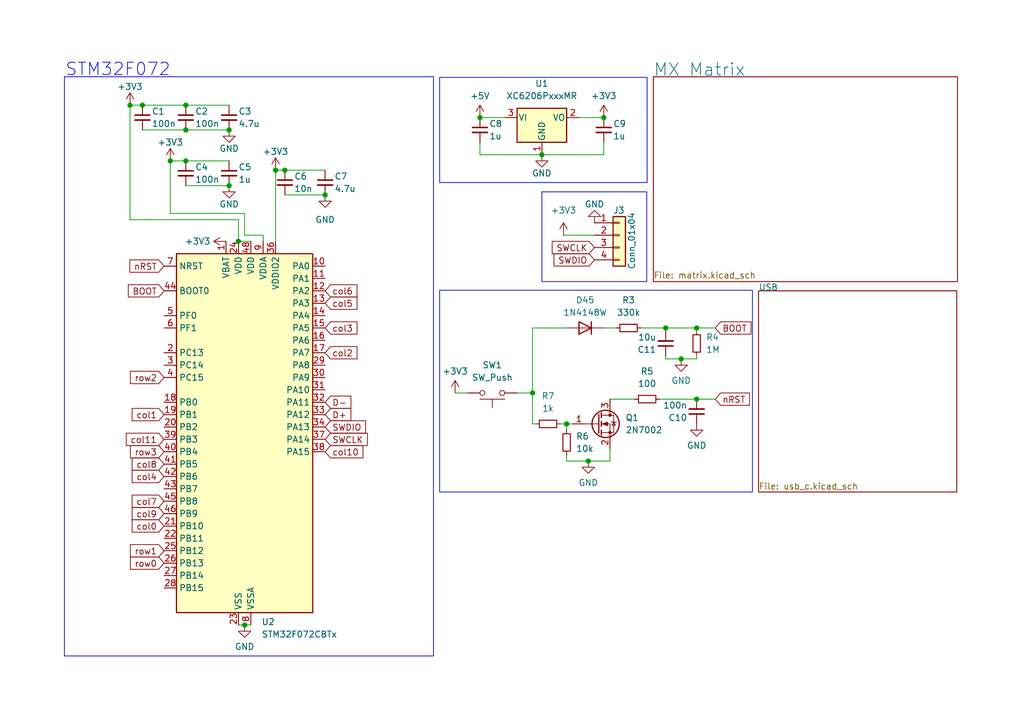
<source format=kicad_sch>
(kicad_sch (version 20250114) (generator "eeschema") (generator_version "9.0")
  (paper "A5")
  (lib_symbols
    (symbol "+3V3_1" (power) (pin_numbers (hide yes)) (pin_names (offset 0) (hide yes))
      (property "Value" "+3V3" (at 0 3.556 0))
      (symbol "+3V3_1_0_1"
        (polyline (pts (xy -0.762 1.27) (xy 0 2.54)))
        (polyline (pts (xy 0 2.54) (xy 0.762 1.27)))
        (polyline (pts (xy 0 0) (xy 0 2.54)))
      )
      (symbol "+3V3_1_1_1"
        (pin power_in line (at 0 0 90) (length 0) (name "~") (number "1"))
      )
    )
    (symbol "Device:C_Small" (pin_numbers (hide yes)) (pin_names (offset 0.254) (hide yes))
      (property "Reference" "C" (at 0.254 1.778 0))
      (property "Value" "C_Small" (at 0.254 -2.032 0))
      (symbol "C_Small_0_1"
        (polyline (pts (xy -1.524 0.508) (xy 1.524 0.508)) (stroke (width 0.3048)))
        (polyline (pts (xy -1.524 -0.508) (xy 1.524 -0.508)) (stroke (width 0.3302)))
      )
      (symbol "C_Small_1_1"
        (pin passive line (at 0 2.54 270) (length 2.032) (name "~") (number "1"))
        (pin passive line (at 0 -2.54 90) (length 2.032) (name "~") (number "2"))
      )
    )
    (symbol "Device:R_Small" (pin_numbers (hide yes)) (pin_names (offset 0.254) (hide yes))
      (property "Reference" "R" (at 0.762 0.508 0))
      (property "Value" "R_Small" (at 0.762 -1.016 0))
      (symbol "R_Small_0_1"
        (rectangle (start -0.762 1.778) (end 0.762 -1.778) (stroke (width 0.2032)))
      )
      (symbol "R_Small_1_1"
        (pin passive line (at 0 2.54 270) (length 0.762) (name "~") (number "1"))
        (pin passive line (at 0 -2.54 90) (length 0.762) (name "~") (number "2"))
      )
    )
    (symbol "Diode:1N4148W" (pin_numbers (hide yes)) (pin_names (hide yes))
      (property "Reference" "D" (at 0 2.54 0))
      (property "Value" "1N4148W" (at 0 -2.54 0))
      (symbol "1N4148W_0_1"
        (polyline (pts (xy -1.27 1.27) (xy -1.27 -1.27)) (stroke (width 0.254)))
        (polyline (pts (xy 1.27 1.27) (xy 1.27 -1.27) (xy -1.27 0) (xy 1.27 1.27)) (stroke (width 0.254)))
        (polyline (pts (xy 1.27 0) (xy -1.27 0)))
      )
      (symbol "1N4148W_1_1"
        (pin passive line (at -3.81 0 0) (length 2.54) (name "K") (number "1"))
        (pin passive line (at 3.81 0 180) (length 2.54) (name "A") (number "2"))
      )
    )
    (symbol "GND_1" (power) (pin_numbers (hide yes)) (pin_names (offset 0) (hide yes))
      (property "Value" "GND" (at 0 -3.81 0))
      (symbol "GND_1_0_1"
        (polyline (pts (xy 0 0) (xy 0 -1.27) (xy 1.27 -1.27) (xy 0 -2.54) (xy -1.27 -1.27) (xy 0 -1.27)))
      )
      (symbol "GND_1_1_1"
        (pin power_in line (at 0 0 270) (length 0) (name "~") (number "1"))
      )
    )
    (symbol "MCU_ST_STM32F0:STM32F072CBTx"
      (property "Reference" "U" (at -12.7 39.37 0))
      (property "Value" "STM32F072CBTx" (at 10.16 39.37 0))
      (symbol "STM32F072CBTx_0_1"
        (rectangle (start -12.7 -35.56) (end 15.24 38.1) (stroke (width 0.254)) (fill (type background)))
      )
      (symbol "STM32F072CBTx_1_1"
        (pin input line (at -15.24 35.56 0) (length 2.54) (name "NRST") (number "7"))
        (pin input line (at -15.24 30.48 0) (length 2.54) (name "BOOT0") (number "44"))
        (pin bidirectional line (at -15.24 25.4 0) (length 2.54) (name "PF0") (number "5"))
        (pin bidirectional line (at -15.24 22.86 0) (length 2.54) (name "PF1") (number "6"))
        (pin bidirectional line (at -15.24 17.78 0) (length 2.54) (name "PC13") (number "2"))
        (pin bidirectional line (at -15.24 15.24 0) (length 2.54) (name "PC14") (number "3"))
        (pin bidirectional line (at -15.24 12.7 0) (length 2.54) (name "PC15") (number "4"))
        (pin bidirectional line (at -15.24 7.62 0) (length 2.54) (name "PB0") (number "18"))
        (pin bidirectional line (at -15.24 5.08 0) (length 2.54) (name "PB1") (number "19"))
        (pin bidirectional line (at -15.24 2.54 0) (length 2.54) (name "PB2") (number "20"))
        (pin bidirectional line (at -15.24 0 0) (length 2.54) (name "PB3") (number "39"))
        (pin bidirectional line (at -15.24 -2.54 0) (length 2.54) (name "PB4") (number "40"))
        (pin bidirectional line (at -15.24 -5.08 0) (length 2.54) (name "PB5") (number "41"))
        (pin bidirectional line (at -15.24 -7.62 0) (length 2.54) (name "PB6") (number "42"))
        (pin bidirectional line (at -15.24 -10.16 0) (length 2.54) (name "PB7") (number "43"))
        (pin bidirectional line (at -15.24 -12.7 0) (length 2.54) (name "PB8") (number "45"))
        (pin bidirectional line (at -15.24 -15.24 0) (length 2.54) (name "PB9") (number "46"))
        (pin bidirectional line (at -15.24 -17.78 0) (length 2.54) (name "PB10") (number "21"))
        (pin bidirectional line (at -15.24 -20.32 0) (length 2.54) (name "PB11") (number "22"))
        (pin bidirectional line (at -15.24 -22.86 0) (length 2.54) (name "PB12") (number "25"))
        (pin bidirectional line (at -15.24 -25.4 0) (length 2.54) (name "PB13") (number "26"))
        (pin bidirectional line (at -15.24 -27.94 0) (length 2.54) (name "PB14") (number "27"))
        (pin bidirectional line (at -15.24 -30.48 0) (length 2.54) (name "PB15") (number "28"))
        (pin power_in line (at -2.54 40.64 270) (length 2.54) (name "VBAT") (number "1"))
        (pin power_in line (at 0 40.64 270) (length 2.54) (name "VDD") (number "24"))
        (pin power_in line (at 0 -38.1 90) (length 2.54) (name "VSS") (number "23"))
        (pin passive line (at 0 -38.1 90) (length 2.54) (hide yes) (name "VSS") (number "35"))
        (pin passive line (at 0 -38.1 90) (length 2.54) (hide yes) (name "VSS") (number "47"))
        (pin power_in line (at 2.54 40.64 270) (length 2.54) (name "VDD") (number "48"))
        (pin power_in line (at 2.54 -38.1 90) (length 2.54) (name "VSSA") (number "8"))
        (pin power_in line (at 5.08 40.64 270) (length 2.54) (name "VDDA") (number "9"))
        (pin power_in line (at 7.62 40.64 270) (length 2.54) (name "VDDIO2") (number "36"))
        (pin bidirectional line (at 17.78 35.56 180) (length 2.54) (name "PA0") (number "10"))
        (pin bidirectional line (at 17.78 33.02 180) (length 2.54) (name "PA1") (number "11"))
        (pin bidirectional line (at 17.78 30.48 180) (length 2.54) (name "PA2") (number "12"))
        (pin bidirectional line (at 17.78 27.94 180) (length 2.54) (name "PA3") (number "13"))
        (pin bidirectional line (at 17.78 25.4 180) (length 2.54) (name "PA4") (number "14"))
        (pin bidirectional line (at 17.78 22.86 180) (length 2.54) (name "PA5") (number "15"))
        (pin bidirectional line (at 17.78 20.32 180) (length 2.54) (name "PA6") (number "16"))
        (pin bidirectional line (at 17.78 17.78 180) (length 2.54) (name "PA7") (number "17"))
        (pin bidirectional line (at 17.78 15.24 180) (length 2.54) (name "PA8") (number "29"))
        (pin bidirectional line (at 17.78 12.7 180) (length 2.54) (name "PA9") (number "30"))
        (pin bidirectional line (at 17.78 10.16 180) (length 2.54) (name "PA10") (number "31"))
        (pin bidirectional line (at 17.78 7.62 180) (length 2.54) (name "PA11") (number "32"))
        (pin bidirectional line (at 17.78 5.08 180) (length 2.54) (name "PA12") (number "33"))
        (pin bidirectional line (at 17.78 2.54 180) (length 2.54) (name "PA13") (number "34"))
        (pin bidirectional line (at 17.78 0 180) (length 2.54) (name "PA14") (number "37"))
        (pin bidirectional line (at 17.78 -2.54 180) (length 2.54) (name "PA15") (number "38"))
      )
    )
    (symbol "Regulator_Linear:XC6206PxxxMR" (pin_names (offset 0.254))
      (property "Reference" "U" (at -3.81 3.175 0))
      (property "Value" "XC6206PxxxMR" (at 0 3.175 0))
      (symbol "XC6206PxxxMR_0_1"
        (rectangle (start -5.08 1.905) (end 5.08 -5.08) (stroke (width 0.254)) (fill (type background)))
      )
      (symbol "XC6206PxxxMR_1_1"
        (pin power_in line (at -7.62 0 0) (length 2.54) (name "VI") (number "3"))
        (pin power_in line (at 0 -7.62 90) (length 2.54) (name "GND") (number "1"))
        (pin power_out line (at 7.62 0 180) (length 2.54) (name "VO") (number "2"))
      )
    )
    (symbol "Switch:SW_Push" (pin_numbers (hide yes)) (pin_names (offset 1.016) (hide yes))
      (property "Reference" "SW" (at 1.27 2.54 0))
      (property "Value" "SW_Push" (at 0 -1.524 0))
      (symbol "SW_Push_0_1"
        (circle (center -2.032 0) (radius 0.508))
        (polyline (pts (xy 0 1.27) (xy 0 3.048)))
        (circle (center 2.032 0) (radius 0.508))
        (polyline (pts (xy 2.54 1.27) (xy -2.54 1.27)))
        (pin passive line (at -5.08 0 0) (length 2.54) (name "1") (number "1"))
        (pin passive line (at 5.08 0 180) (length 2.54) (name "2") (number "2"))
      )
    )
    (symbol "Transistor_FET:2N7002" (pin_names (hide yes))
      (property "Reference" "Q" (at 5.08 1.905 0))
      (property "Value" "2N7002" (at 5.08 0 0))
      (symbol "2N7002_0_1"
        (polyline (pts (xy 0.254 1.905) (xy 0.254 -1.905)) (stroke (width 0.254)))
        (polyline (pts (xy 0.254 0) (xy -2.54 0)))
        (polyline (pts (xy 0.762 2.286) (xy 0.762 1.27)) (stroke (width 0.254)))
        (polyline (pts (xy 0.762 0.508) (xy 0.762 -0.508)) (stroke (width 0.254)))
        (polyline (pts (xy 0.762 -1.27) (xy 0.762 -2.286)) (stroke (width 0.254)))
        (polyline (pts (xy 0.762 -1.778) (xy 3.302 -1.778) (xy 3.302 1.778) (xy 0.762 1.778)))
        (polyline (pts (xy 1.016 0) (xy 2.032 0.381) (xy 2.032 -0.381) (xy 1.016 0)) (fill (type outline)))
        (circle (center 1.651 0) (radius 2.794) (stroke (width 0.254)))
        (polyline (pts (xy 2.54 2.54) (xy 2.54 1.778)))
        (circle (center 2.54 1.778) (radius 0.254) (fill (type outline)))
        (circle (center 2.54 -1.778) (radius 0.254) (fill (type outline)))
        (polyline (pts (xy 2.54 -2.54) (xy 2.54 0) (xy 0.762 0)))
        (polyline (pts (xy 2.794 0.508) (xy 2.921 0.381) (xy 3.683 0.381) (xy 3.81 0.254)))
        (polyline (pts (xy 3.302 0.381) (xy 2.921 -0.254) (xy 3.683 -0.254) (xy 3.302 0.381)))
      )
      (symbol "2N7002_1_1"
        (pin input line (at -5.08 0 0) (length 2.54) (name "G") (number "1"))
        (pin passive line (at 2.54 5.08 270) (length 2.54) (name "D") (number "3"))
        (pin passive line (at 2.54 -5.08 90) (length 2.54) (name "S") (number "2"))
      )
    )
    (symbol "ark40:Conn_01x04" (pin_names (offset 1.016) (hide yes))
      (property "Reference" "J" (at 0 5.08 0))
      (property "Value" "Conn_01x04" (at 0 -7.62 0))
      (symbol "Conn_01x04_1_1"
        (rectangle (start -1.27 3.81) (end 1.27 -6.35) (stroke (width 0.254)) (fill (type background)))
        (rectangle (start -1.27 2.667) (end 0 2.413) (stroke (width 0.1524)))
        (rectangle (start -1.27 0.127) (end 0 -0.127) (stroke (width 0.1524)))
        (rectangle (start -1.27 -2.413) (end 0 -2.667) (stroke (width 0.1524)))
        (rectangle (start -1.27 -4.953) (end 0 -5.207) (stroke (width 0.1524)))
        (pin passive line (at -5.08 2.54 0) (length 3.81) (name "Pin_1") (number "1"))
        (pin passive line (at -5.08 0 0) (length 3.81) (name "Pin_2") (number "2"))
        (pin passive line (at -5.08 -2.54 0) (length 3.81) (name "Pin_3") (number "3"))
        (pin passive line (at -5.08 -5.08 0) (length 3.81) (name "Pin_4") (number "4"))
      )
    )
    (symbol "power:+3V3" (power) (pin_names (offset 0))
      (property "Value" "+3V3" (at 0 3.556 0))
      (symbol "+3V3_0_1"
        (polyline (pts (xy -0.762 1.27) (xy 0 2.54)))
        (polyline (pts (xy 0 2.54) (xy 0.762 1.27)))
        (polyline (pts (xy 0 0) (xy 0 2.54)))
      )
      (symbol "+3V3_1_1"
        (pin power_in line (at 0 0 90) (length 0) (hide yes) (name "+3V3") (number "1"))
      )
    )
    (symbol "power:+5V" (power) (pin_names (offset 0))
      (property "Value" "+5V" (at 0 3.556 0))
      (symbol "+5V_0_1"
        (polyline (pts (xy -0.762 1.27) (xy 0 2.54)))
        (polyline (pts (xy 0 2.54) (xy 0.762 1.27)))
        (polyline (pts (xy 0 0) (xy 0 2.54)))
      )
      (symbol "+5V_1_1"
        (pin power_in line (at 0 0 90) (length 0) (hide yes) (name "+5V") (number "1"))
      )
    )
    (symbol "power:GND" (power) (pin_names (offset 0))
      (property "Value" "GND" (at 0 -3.81 0))
      (symbol "GND_0_1"
        (polyline (pts (xy 0 0) (xy 0 -1.27) (xy 1.27 -1.27) (xy 0 -2.54) (xy -1.27 -1.27) (xy 0 -1.27)))
      )
      (symbol "GND_1_1"
        (pin power_in line (at 0 0 270) (length 0) (hide yes) (name "GND") (number "1"))
      )
    )
  )
  (rectangle (start 111.125 39.37) (end 132.6388 57.785))
  (rectangle (start 90.17 59.563) (end 154.305 100.965))
  (rectangle (start 90.17 15.875) (end 132.715 37.465))
  (rectangle (start 13.208 15.748) (end 88.9 134.62))
  (text "STM32F072" (at 13.335 15.875 0) (effects (font (size 2.54 2.54)) (justify left bottom)))
  (junction (at 58.42 34.925))
  (junction (at 142.875 67.31))
  (junction (at 34.925 33.02))
  (junction (at 109.22 80.645))
  (junction (at 46.99 26.67))
  (junction (at 116.205 86.995))
  (junction (at 142.875 81.915))
  (junction (at 139.7 73.66))
  (junction (at 38.1 26.67))
  (junction (at 123.825 24.13))
  (junction (at 38.1 21.59))
  (junction (at 98.425 24.13))
  (junction (at 26.67 21.59))
  (junction (at 38.1 33.02))
  (junction (at 56.515 34.925))
  (junction (at 29.21 21.59))
  (junction (at 111.125 31.75))
  (junction (at 46.99 38.1))
  (junction (at 136.525 67.31))
  (junction (at 50.165 128.27))
  (junction (at 48.895 49.53))
  (junction (at 120.65 94.615))
  (junction (at 66.675 40.005))
  (wire (pts (xy 125.095 94.615) (xy 125.095 92.075)))
  (wire (pts (xy 123.825 31.75) (xy 111.125 31.75)))
  (wire (pts (xy 111.125 31.75) (xy 98.425 31.75)))
  (wire (pts (xy 115.57 48.26) (xy 121.92 48.26)))
  (wire (pts (xy 136.525 67.31) (xy 142.875 67.31)))
  (wire (pts (xy 136.525 73.025) (xy 136.525 73.66)))
  (wire (pts (xy 135.255 81.915) (xy 142.875 81.915)))
  (wire (pts (xy 109.22 80.645) (xy 106.045 80.645)))
  (wire (pts (xy 26.67 21.59) (xy 29.21 21.59)))
  (wire (pts (xy 116.205 67.31) (xy 109.22 67.31)))
  (wire (pts (xy 34.925 33.02) (xy 34.925 43.815)))
  (wire (pts (xy 136.525 73.66) (xy 139.7 73.66)))
  (wire (pts (xy 142.875 73.66) (xy 142.875 73.025)))
  (wire (pts (xy 136.525 67.945) (xy 136.525 67.31)))
  (wire (pts (xy 116.205 93.345) (xy 116.205 94.615)))
  (wire (pts (xy 48.895 128.27) (xy 50.165 128.27)))
  (wire (pts (xy 118.745 24.13) (xy 123.825 24.13)))
  (wire (pts (xy 26.67 21.59) (xy 26.67 45.085)))
  (wire (pts (xy 123.825 67.31) (xy 126.365 67.31)))
  (wire (pts (xy 98.425 24.13) (xy 103.505 24.13)))
  (wire (pts (xy 120.65 94.615) (xy 116.205 94.615)))
  (wire (pts (xy 120.65 94.615) (xy 125.095 94.615)))
  (wire (pts (xy 29.21 26.67) (xy 38.1 26.67)))
  (wire (pts (xy 109.22 67.31) (xy 109.22 80.645)))
  (wire (pts (xy 123.825 29.21) (xy 123.825 31.75)))
  (wire (pts (xy 53.975 48.26) (xy 50.165 48.26)))
  (wire (pts (xy 50.165 48.26) (xy 50.165 43.815)))
  (wire (pts (xy 58.42 40.005) (xy 66.675 40.005)))
  (wire (pts (xy 142.875 67.945) (xy 142.875 67.31)))
  (wire (pts (xy 38.1 33.02) (xy 46.99 33.02)))
  (wire (pts (xy 125.095 81.915) (xy 130.175 81.915)))
  (wire (pts (xy 109.855 86.995) (xy 109.22 86.995)))
  (wire (pts (xy 142.875 73.66) (xy 139.7 73.66)))
  (wire (pts (xy 117.475 86.995) (xy 116.205 86.995)))
  (wire (pts (xy 34.925 43.815) (xy 50.165 43.815)))
  (wire (pts (xy 109.22 86.995) (xy 109.22 80.645)))
  (wire (pts (xy 53.975 48.26) (xy 53.975 49.53)))
  (wire (pts (xy 48.895 45.085) (xy 26.67 45.085)))
  (wire (pts (xy 48.895 45.085) (xy 48.895 49.53)))
  (wire (pts (xy 29.21 21.59) (xy 38.1 21.59)))
  (wire (pts (xy 142.875 81.915) (xy 146.685 81.915)))
  (wire (pts (xy 56.515 34.925) (xy 56.515 49.53)))
  (wire (pts (xy 93.345 80.645) (xy 95.885 80.645)))
  (wire (pts (xy 114.935 86.995) (xy 116.205 86.995)))
  (wire (pts (xy 142.875 67.31) (xy 146.685 67.31)))
  (wire (pts (xy 98.425 31.75) (xy 98.425 29.21)))
  (wire (pts (xy 38.1 21.59) (xy 46.99 21.59)))
  (wire (pts (xy 131.445 67.31) (xy 136.525 67.31)))
  (wire (pts (xy 34.925 33.02) (xy 38.1 33.02)))
  (wire (pts (xy 116.205 86.995) (xy 116.205 88.265)))
  (wire (pts (xy 48.895 49.53) (xy 51.435 49.53)))
  (wire (pts (xy 38.1 26.67) (xy 46.99 26.67)))
  (wire (pts (xy 50.165 128.27) (xy 51.435 128.27)))
  (wire (pts (xy 56.515 34.925) (xy 58.42 34.925)))
  (wire (pts (xy 38.1 38.1) (xy 46.99 38.1)))
  (wire (pts (xy 58.42 34.925) (xy 66.675 34.925)))
  (global_label "row2" (shape input) (at 33.655 77.47 180) (property "Intersheetrefs" "${INTERSHEET_REFS}" (effects (hide yes))))
  (global_label "nRST" (shape input) (at 33.655 54.61 180) (property "Intersheetrefs" "${INTERSHEET_REFS}" (effects (hide yes))))
  (global_label "col0" (shape input) (at 33.655 107.95 180) (property "Intersheetrefs" "${INTERSHEET_REFS}" (effects (hide yes))))
  (global_label "row1" (shape input) (at 33.655 113.03 180) (property "Intersheetrefs" "${INTERSHEET_REFS}" (effects (hide yes))))
  (global_label "col5" (shape input) (at 66.675 62.23 0) (property "Intersheetrefs" "${INTERSHEET_REFS}" (effects (hide yes))))
  (global_label "col7" (shape input) (at 33.655 102.87 180) (property "Intersheetrefs" "${INTERSHEET_REFS}" (effects (hide yes))))
  (global_label "col6" (shape input) (at 66.675 59.69 0) (property "Intersheetrefs" "${INTERSHEET_REFS}" (effects (hide yes))))
  (global_label "D+" (shape input) (at 66.675 85.09 0) (property "Intersheetrefs" "${INTERSHEET_REFS}" (effects (hide yes))))
  (global_label "BOOT" (shape input) (at 33.655 59.69 180) (property "Intersheetrefs" "${INTERSHEET_REFS}" (effects (hide yes))))
  (global_label "col4" (shape input) (at 33.655 97.79 180) (property "Intersheetrefs" "${INTERSHEET_REFS}" (effects (hide yes))))
  (global_label "SWDIO" (shape input) (at 66.675 87.63 0) (property "Intersheetrefs" "${INTERSHEET_REFS}" (effects (hide yes))))
  (global_label "row0" (shape input) (at 33.655 115.57 180) (property "Intersheetrefs" "${INTERSHEET_REFS}" (effects (hide yes))))
  (global_label "col10" (shape input) (at 66.675 92.71 0) (property "Intersheetrefs" "${INTERSHEET_REFS}" (effects (hide yes))))
  (global_label "SWCLK" (shape input) (at 121.92 50.8 180) (property "Intersheetrefs" "${INTERSHEET_REFS}" (effects (hide yes))))
  (global_label "D-" (shape input) (at 66.675 82.55 0) (property "Intersheetrefs" "${INTERSHEET_REFS}" (effects (hide yes))))
  (global_label "SWCLK" (shape input) (at 66.675 90.17 0) (property "Intersheetrefs" "${INTERSHEET_REFS}" (effects (hide yes))))
  (global_label "col9" (shape input) (at 33.655 105.41 180) (property "Intersheetrefs" "${INTERSHEET_REFS}" (effects (hide yes))))
  (global_label "BOOT" (shape input) (at 146.685 67.31 0) (property "Intersheetrefs" "${INTERSHEET_REFS}" (effects (hide yes))))
  (global_label "col1" (shape input) (at 33.655 85.09 180) (property "Intersheetrefs" "${INTERSHEET_REFS}" (effects (hide yes))))
  (global_label "row3" (shape input) (at 33.655 92.71 180) (property "Intersheetrefs" "${INTERSHEET_REFS}" (effects (hide yes))))
  (global_label "col3" (shape input) (at 66.675 67.31 0) (property "Intersheetrefs" "${INTERSHEET_REFS}" (effects (hide yes))))
  (global_label "col2" (shape input) (at 66.675 72.39 0) (property "Intersheetrefs" "${INTERSHEET_REFS}" (effects (hide yes))))
  (global_label "col8" (shape input) (at 33.655 95.25 180) (property "Intersheetrefs" "${INTERSHEET_REFS}" (effects (hide yes))))
  (global_label "SWDIO" (shape input) (at 121.92 53.34 180) (property "Intersheetrefs" "${INTERSHEET_REFS}" (effects (hide yes))))
  (global_label "col11" (shape input) (at 33.655 90.17 180) (property "Intersheetrefs" "${INTERSHEET_REFS}" (effects (hide yes))))
  (global_label "nRST" (shape input) (at 146.685 81.915 0) (property "Intersheetrefs" "${INTERSHEET_REFS}" (effects (hide yes))))
  (symbol (lib_id "power:GND") (at 111.125 31.75 0) (unit 1)
    (property "Reference" "#PWR012" (effects (hide yes)))
    (property "Value" "GND" (at 111.125 35.56 0))
  )
  (symbol (lib_id "Device:C_Small") (at 142.875 84.455 180) (unit 1)
    (property "Reference" "C10" (at 140.97 85.725 0) (effects (justify left)))
    (property "Value" "100n" (at 140.97 83.185 0) (effects (justify left)))
    (property "Footprint" "Capacitor_SMD:C_0402_1005Metric" (effects (hide yes)))
  )
  (symbol (lib_id "power:+3V3") (at 93.345 80.645 0) (unit 1)
    (property "Reference" "#PWR02" (effects (hide yes)))
    (property "Value" "+3V3" (at 93.345 76.2 0))
  )
  (symbol (lib_id "Switch:SW_Push") (at 100.965 80.645 180) (unit 1)
    (property "Reference" "SW1" (at 100.965 74.93 0))
    (property "Value" "SW_Push" (at 100.965 77.47 0))
    (property "Footprint" "Button_Switch_SMD:SW_Push_1P1T_XKB_TS-1187A" (effects (hide yes)))
  )
  (symbol (lib_id "Device:C_Small") (at 136.525 70.485 180) (unit 1)
    (property "Reference" "C11" (at 134.62 71.755 0) (effects (justify left)))
    (property "Value" "10u" (at 134.62 69.215 0) (effects (justify left)))
    (property "Footprint" "Capacitor_SMD:C_0603_1608Metric" (effects (hide yes)))
  )
  (symbol (lib_id "power:+3V3") (at 34.925 33.02 0) (unit 1)
    (property "Reference" "#PWR05" (effects (hide yes)))
    (property "Value" "+3V3" (at 34.925 29.21 0))
  )
  (symbol (lib_id "power:+3V3") (at 56.515 34.925 0) (unit 1)
    (property "Reference" "#PWR06" (effects (hide yes)))
    (property "Value" "+3V3" (at 56.515 31.115 0))
  )
  (symbol (lib_id "Device:R_Small") (at 142.875 70.485 0) (unit 1)
    (property "Reference" "R4" (at 144.78 69.2149 0) (effects (justify left)))
    (property "Value" "1M" (at 144.78 71.7549 0) (effects (justify left)))
    (property "Footprint" "Resistor_SMD:R_0805_2012Metric" (effects (hide yes)))
  )
  (symbol (lib_id "power:GND") (at 66.675 40.005 0) (unit 1)
    (property "Reference" "#PWR08" (effects (hide yes)))
    (property "Value" "GND" (at 66.675 45.085 0))
  )
  (symbol (lib_id "power:GND") (at 46.99 38.1 0) (unit 1)
    (property "Reference" "#PWR07" (effects (hide yes)))
    (property "Value" "GND" (at 46.99 41.91 0))
  )
  (symbol (lib_id "Device:C_Small") (at 38.1 24.13 0) (unit 1)
    (property "Reference" "C2" (at 40.005 22.86 0) (effects (justify left)))
    (property "Value" "100n" (at 40.005 25.4 0) (effects (justify left)))
    (property "Footprint" "Capacitor_SMD:C_0402_1005Metric" (effects (hide yes)))
  )
  (symbol (lib_id "Device:C_Small") (at 29.21 24.13 0) (unit 1)
    (property "Reference" "C1" (at 31.115 22.86 0) (effects (justify left)))
    (property "Value" "100n" (at 31.115 25.4 0) (effects (justify left)))
    (property "Footprint" "Capacitor_SMD:C_0402_1005Metric" (effects (hide yes)))
  )
  (symbol (lib_id "Device:C_Small") (at 38.1 35.56 0) (unit 1)
    (property "Reference" "C4" (at 40.005 34.29 0) (effects (justify left)))
    (property "Value" "100n" (at 40.005 36.83 0) (effects (justify left)))
    (property "Footprint" "Capacitor_SMD:C_0402_1005Metric" (effects (hide yes)))
  )
  (symbol (lib_id "Device:R_Small") (at 112.395 86.995 90) (unit 1)
    (property "Reference" "R7" (at 112.395 81.28 90))
    (property "Value" "1k" (at 112.395 83.82 90))
    (property "Footprint" "Resistor_SMD:R_0603_1608Metric" (effects (hide yes)))
  )
  (symbol (lib_id "Device:R_Small") (at 132.715 81.915 90) (unit 1)
    (property "Reference" "R5" (at 132.715 76.2 90))
    (property "Value" "100" (at 132.715 78.74 90))
    (property "Footprint" "Resistor_SMD:R_0402_1005Metric" (effects (hide yes)))
    (property "Optional" "True" (effects (hide yes)))
  )
  (symbol (lib_id "Device:R_Small") (at 128.905 67.31 270) (unit 1)
    (property "Reference" "R3" (at 128.905 61.595 90))
    (property "Value" "330k" (at 128.905 64.135 90))
    (property "Footprint" "Resistor_SMD:R_0805_2012Metric" (effects (hide yes)))
  )
  (symbol (lib_id "Device:C_Small") (at 123.825 26.67 0) (unit 1)
    (property "Reference" "C9" (at 125.73 25.4 0) (effects (justify left)))
    (property "Value" "1u" (at 125.73 27.94 0) (effects (justify left)))
    (property "Footprint" "Capacitor_SMD:C_0603_1608Metric" (effects (hide yes)))
  )
  (symbol (lib_id "Device:C_Small") (at 66.675 37.465 0) (unit 1)
    (property "Reference" "C7" (at 68.58 36.195 0) (effects (justify left)))
    (property "Value" "4.7u" (at 68.58 38.735 0) (effects (justify left)))
    (property "Footprint" "Capacitor_SMD:C_0603_1608Metric" (effects (hide yes)))
  )
  (symbol (lib_id "power:+5V") (at 98.425 24.13 0) (unit 1)
    (property "Reference" "#PWR09" (effects (hide yes)))
    (property "Value" "+5V" (at 98.425 19.685 0))
  )
  (symbol (lib_id "Regulator_Linear:XC6206PxxxMR") (at 111.125 24.13 0) (unit 1)
    (property "Reference" "U1" (at 111.125 17.145 0))
    (property "Value" "XC6206PxxxMR" (at 111.125 19.685 0))
    (property "Footprint" "Package_TO_SOT_SMD:SOT-23-3" (effects (hide yes)))
    (property "Datasheet" "https://www.torexsemi.com/file/xc6206/XC6206.pdf" (effects (hide yes)))
  )
  (symbol (lib_id "ark40:Conn_01x04") (at 127 48.26 0) (unit 1)
    (property "Reference" "J3" (at 125.73 43.18 0) (effects (justify left)))
    (property "Value" "Conn_01x04" (at 129.54 55.3212 90) (effects (justify left)))
    (property "Footprint" "Connector_PinHeader_2.54mm:PinHeader_2x02_P2.54mm_Vertical" (effects (hide yes)))
  )
  (symbol (lib_id "Device:R_Small") (at 116.205 90.805 180) (unit 1)
    (property "Reference" "R6" (at 118.11 89.5349 0) (effects (justify right)))
    (property "Value" "10k" (at 118.11 92.0749 0) (effects (justify right)))
    (property "Footprint" "Resistor_SMD:R_0603_1608Metric" (effects (hide yes)))
    (property "Optional" "True" (effects (hide yes)))
  )
  (symbol (lib_id "Device:C_Small") (at 46.99 24.13 0) (unit 1)
    (property "Reference" "C3" (at 48.895 22.86 0) (effects (justify left)))
    (property "Value" "4.7u" (at 48.895 25.4 0) (effects (justify left)))
    (property "Footprint" "Capacitor_SMD:C_0603_1608Metric" (effects (hide yes)))
  )
  (symbol (lib_id "Device:C_Small") (at 58.42 37.465 0) (unit 1)
    (property "Reference" "C6" (at 60.325 36.195 0) (effects (justify left)))
    (property "Value" "10n" (at 60.325 38.735 0) (effects (justify left)))
    (property "Footprint" "Capacitor_SMD:C_0402_1005Metric" (effects (hide yes)))
  )
  (symbol (lib_id "power:+3V3") (at 46.355 49.53 90) (unit 1)
    (property "Reference" "#PWR011" (effects (hide yes)))
    (property "Value" "+3V3" (at 43.18 49.53 90) (effects (justify left)))
  )
  (symbol (lib_name "GND_1") (lib_id "power:GND") (at 121.92 45.72 180) (unit 1)
    (property "Reference" "#PWR018" (effects (hide yes)))
    (property "Value" "GND" (at 121.92 41.91 0))
    (property "Description" "Power symbol creates a global label with name \"GND\" , ground" (effects (hide yes)))
  )
  (symbol (lib_id "power:GND") (at 50.165 128.27 0) (unit 1)
    (property "Reference" "#PWR016" (effects (hide yes)))
    (property "Value" "GND" (at 50.165 132.715 0))
  )
  (symbol (lib_id "power:GND") (at 139.7 73.66 0) (unit 1)
    (property "Reference" "#PWR013" (effects (hide yes)))
    (property "Value" "GND" (at 139.7 78.105 0))
  )
  (symbol (lib_id "power:+3V3") (at 26.67 21.59 0) (unit 1)
    (property "Reference" "#PWR01" (effects (hide yes)))
    (property "Value" "+3V3" (at 26.67 17.78 0))
  )
  (symbol (lib_id "Transistor_FET:2N7002") (at 122.555 86.995 0) (unit 1)
    (property "Reference" "Q1" (at 128.27 85.7249 0) (effects (justify left)))
    (property "Value" "2N7002" (at 128.27 88.2649 0) (effects (justify left)))
    (property "Footprint" "Package_TO_SOT_SMD:SOT-23" (effects (hide yes)))
    (property "Datasheet" "https://www.onsemi.com/pub/Collateral/NDS7002A-D.PDF" (effects (hide yes)))
    (property "Description" "0.115A Id, 60V Vds, N-Channel MOSFET, SOT-23" (effects (hide yes)))
  )
  (symbol (lib_name "+3V3_1") (lib_id "power:+3V3") (at 115.57 48.26 0) (unit 1)
    (property "Reference" "#PWR019" (effects (hide yes)))
    (property "Value" "+3V3" (at 115.57 43.18 0))
    (property "Description" "Power symbol creates a global label with name \"+3V3\"" (effects (hide yes)))
  )
  (symbol (lib_id "power:GND") (at 46.99 26.67 0) (unit 1)
    (property "Reference" "#PWR03" (effects (hide yes)))
    (property "Value" "GND" (at 46.99 30.48 0))
  )
  (symbol (lib_id "MCU_ST_STM32F0:STM32F072CBTx") (at 48.895 90.17 0) (unit 1)
    (property "Reference" "U2" (at 53.6291 127.635 0) (effects (justify left)))
    (property "Value" "STM32F072CBTx" (at 53.6291 130.175 0) (effects (justify left)))
    (property "Footprint" "Package_QFP:LQFP-48_7x7mm_P0.5mm" (effects (hide yes)))
    (property "Datasheet" "https://www.st.com/resource/en/datasheet/stm32f072cb.pdf" (effects (hide yes)))
  )
  (symbol (lib_id "Diode:1N4148W") (at 120.015 67.31 180) (unit 1)
    (property "Reference" "D45" (at 120.015 61.595 0))
    (property "Value" "1N4148W" (at 120.015 64.135 0))
    (property "Footprint" "Diode_SMD:D_SOD-123" (effects (hide yes)))
    (property "Datasheet" "https://www.vishay.com/docs/85748/1n4148w.pdf" (effects (hide yes)))
    (property "Description" "75V 0.15A Fast Switching Diode, SOD-123" (effects (hide yes)))
    (property "Sim.Device" "D" (effects (hide yes)))
    (property "Sim.Pins" "1=K 2=A" (effects (hide yes)))
  )
  (symbol (lib_id "power:+3V3") (at 123.825 24.13 0) (unit 1)
    (property "Reference" "#PWR010" (effects (hide yes)))
    (property "Value" "+3V3" (at 123.825 19.685 0))
  )
  (symbol (lib_id "Device:C_Small") (at 98.425 26.67 0) (unit 1)
    (property "Reference" "C8" (at 100.33 25.4 0) (effects (justify left)))
    (property "Value" "1u" (at 100.33 27.94 0) (effects (justify left)))
    (property "Footprint" "Capacitor_SMD:C_0603_1608Metric" (effects (hide yes)))
  )
  (symbol (lib_id "power:GND") (at 120.65 94.615 0) (unit 1)
    (property "Reference" "#PWR017" (effects (hide yes)))
    (property "Value" "GND" (at 120.65 99.06 0))
  )
  (symbol (lib_id "Device:C_Small") (at 46.99 35.56 0) (unit 1)
    (property "Reference" "C5" (at 48.895 34.29 0) (effects (justify left)))
    (property "Value" "1u" (at 48.895 36.83 0) (effects (justify left)))
    (property "Footprint" "Capacitor_SMD:C_0603_1608Metric" (effects (hide yes)))
  )
  (symbol (lib_id "power:GND") (at 142.875 86.995 0) (unit 1)
    (property "Reference" "#PWR04" (effects (hide yes)))
    (property "Value" "GND" (at 142.875 91.44 0))
  )
  (sheet (at 133.985 15.748) (size 62.357 42.037) (stroke (width 0.1524))
    (property "Sheetname" "MX Matrix" (at 133.985 15.748 0) (effects (font (size 2.54 2.54)) (justify left bottom)))
    (property "Sheetfile" "matrix.kicad_sch" (at 133.985 55.753 0) (effects (justify left top)))
  )
  (sheet (at 155.575 59.69) (size 40.64 41.275) (stroke (width 0.1524))
    (property "Sheetname" "USB" (at 155.575 59.69 0) (effects (justify left bottom)))
    (property "Sheetfile" "usb_c.kicad_sch" (at 155.575 99.06 0) (effects (justify left top)))
  )
)
</source>
